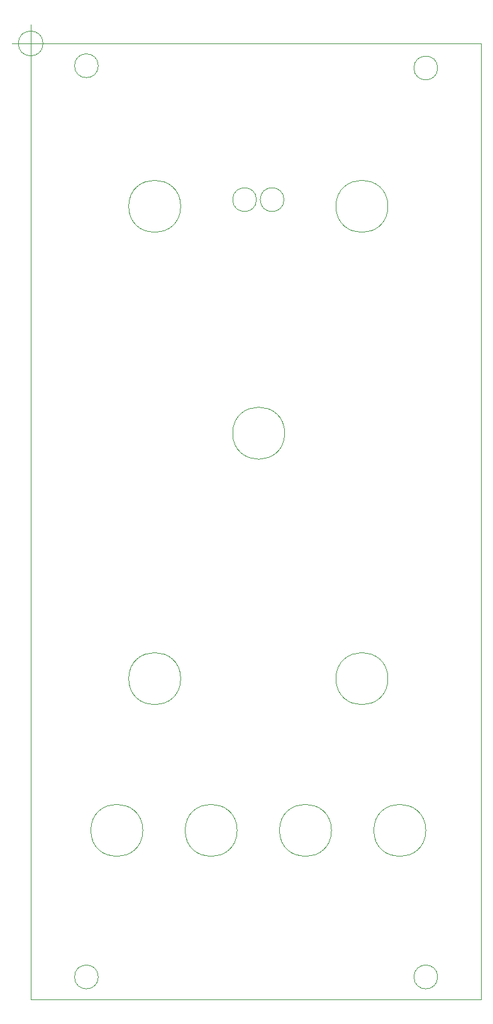
<source format=gm1>
G04 #@! TF.GenerationSoftware,KiCad,Pcbnew,(6.0.9)*
G04 #@! TF.CreationDate,2022-12-13T22:51:58+01:00*
G04 #@! TF.ProjectId,filter-face,66696c74-6572-42d6-9661-63652e6b6963,rev?*
G04 #@! TF.SameCoordinates,Original*
G04 #@! TF.FileFunction,Profile,NP*
%FSLAX46Y46*%
G04 Gerber Fmt 4.6, Leading zero omitted, Abs format (unit mm)*
G04 Created by KiCad (PCBNEW (6.0.9)) date 2022-12-13 22:51:58*
%MOMM*%
%LPD*%
G01*
G04 APERTURE LIST*
G04 #@! TA.AperFunction,Profile*
%ADD10C,0.100000*%
G04 #@! TD*
G04 APERTURE END LIST*
D10*
X54100000Y-41000000D02*
G75*
G03*
X54100000Y-41000000I-1600000J0D01*
G01*
X50400000Y-41000000D02*
G75*
G03*
X50400000Y-41000000I-1600000J0D01*
G01*
X20000000Y-20000000D02*
X80600000Y-20000000D01*
X80600000Y-20000000D02*
X80600000Y-148500000D01*
X80600000Y-148500000D02*
X20000000Y-148500000D01*
X20000000Y-148500000D02*
X20000000Y-20000000D01*
X68100000Y-41900000D02*
G75*
G03*
X68100000Y-41900000I-3500000J0D01*
G01*
X47800000Y-125800000D02*
G75*
G03*
X47800000Y-125800000I-3500000J0D01*
G01*
X54200000Y-72400000D02*
G75*
G03*
X54200000Y-72400000I-3500000J0D01*
G01*
X60500000Y-125800000D02*
G75*
G03*
X60500000Y-125800000I-3500000J0D01*
G01*
X35100000Y-125800000D02*
G75*
G03*
X35100000Y-125800000I-3500000J0D01*
G01*
X73200000Y-125800000D02*
G75*
G03*
X73200000Y-125800000I-3500000J0D01*
G01*
X40200000Y-41900000D02*
G75*
G03*
X40200000Y-41900000I-3500000J0D01*
G01*
X74800000Y-145500000D02*
G75*
G03*
X74800000Y-145500000I-1600000J0D01*
G01*
X74800000Y-23300000D02*
G75*
G03*
X74800000Y-23300000I-1600000J0D01*
G01*
X40200000Y-105400000D02*
G75*
G03*
X40200000Y-105400000I-3500000J0D01*
G01*
X68100000Y-105400000D02*
G75*
G03*
X68100000Y-105400000I-3500000J0D01*
G01*
X29100000Y-23000000D02*
G75*
G03*
X29100000Y-23000000I-1600000J0D01*
G01*
X29100000Y-145500000D02*
G75*
G03*
X29100000Y-145500000I-1600000J0D01*
G01*
X21666666Y-20000000D02*
G75*
G03*
X21666666Y-20000000I-1666666J0D01*
G01*
X17500000Y-20000000D02*
X22500000Y-20000000D01*
X20000000Y-17500000D02*
X20000000Y-22500000D01*
M02*

</source>
